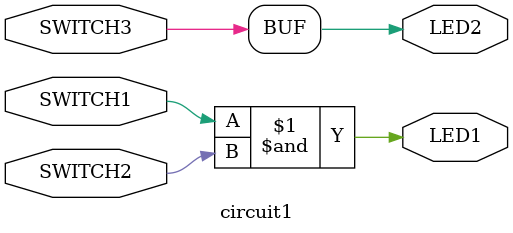
<source format=v>
module circuit1(input SWITCH1, input SWITCH2, input SWITCH3, output LED1, output LED2);
and(LED1, SWITCH1, SWITCH2);
assign LED2=SWITCH3;
endmodule
</source>
